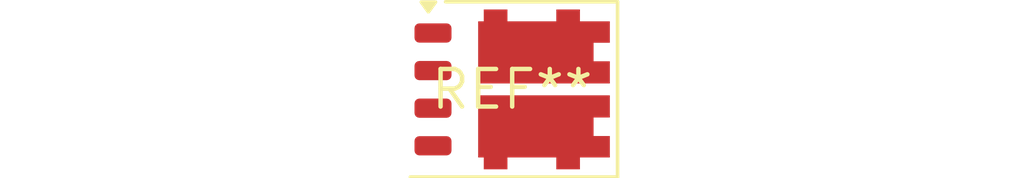
<source format=kicad_pcb>
(kicad_pcb (version 20240108) (generator pcbnew)
  (layers (0 "F.Cu" signal) (31 "B.Cu" signal) (34 "B.Paste" user) (35 "F.Paste" user) (36 "B.SilkS" user "B.Silkscreen") (37 "F.SilkS" user "F.Silkscreen") (38 "B.Mask" user) (39 "F.Mask" user) (44 "Edge.Cuts" user))
  (net 0 "")
  (footprint "ST_PowerFLAT-6L_5x6mm_P1.27mm" (layer "F.Cu") (at 0 0)
    (property "Reference" "REF**")
    (property "Value" "ST_PowerFLAT-6L_5x6mm_P1.27mm")
    (fp_line (start -2.25 -2.96) (end 3.56 -2.96) (layer "F.SilkS") (stroke (width 0.12)))
    (fp_line (start 3.56 -2.96) (end 3.56 2.96) (layer "F.SilkS") (stroke (width 0.12)))
    (fp_line (start 3.56 2.96) (end -3.44 2.96) (layer "F.SilkS") (stroke (width 0.12)))
    (fp_poly (pts (xy -2.83 -2.62) (xy -3.07 -2.95) (xy -2.59 -2.95) (xy -2.83 -2.62)) (layer "F.SilkS") (stroke (width 0.12)) (fill solid))
    (pad "1" smd roundrect (at -2.675 -1.905 270) (size 0.65 1.25) (layers "F.Cu" "F.Paste" "F.Mask"))
    (pad "2" smd roundrect (at -2.675 -0.635 270) (size 0.65 1.25) (layers "F.Cu" "F.Paste" "F.Mask"))
    (pad "3" smd roundrect (at -2.675 0.635 270) (size 0.65 1.25) (layers "F.Cu" "F.Paste" "F.Mask"))
    (pad "4" smd roundrect (at -2.675 1.905 270) (size 0.65 1.25) (layers "F.Cu" "F.Paste" "F.Mask"))
    (pad "5" smd custom (at 0.665 1.25 270) (size 0.5 0.5) (layers "F.Cu" "B.Paste" "F.Mask") (options (clearance outline) (anchor rect)) (primitives (gr_poly (pts (xy -0.3 -2.635) (xy -0.3 -2.085) (xy 0.325 -2.085) (xy 0.325 -2.635) (xy 1.05 -2.635) (xy 1.05 -1.625) (xy 1.45 -1.625) (xy 1.45 -0.825) (xy 1.05 -0.825) (xy 1.05 0.825) (xy 1.45 0.825) (xy 1.45 1.625) (xy 1.05 1.625) (xy 1.05 1.815) (xy -1.05 1.815) (xy -1.05 -2.635)) (width 0) (fill yes))))
    (pad "7" smd custom (at 0.665 -1.25 270) (size 0.5 0.5) (layers "F.Cu" "F.Mask") (options (clearance outline) (anchor rect)) (primitives (gr_poly (pts (xy 0.3 -2.635) (xy 0.3 -2.085) (xy -0.325 -2.085) (xy -0.325 -2.635) (xy -1.05 -2.635) (xy -1.05 -1.625) (xy -1.45 -1.625) (xy -1.45 -0.825) (xy -1.05 -0.825) (xy -1.05 0.825) (xy -1.45 0.825) (xy -1.45 1.625) (xy -1.05 1.625) (xy -1.05 1.815) (xy 1.05 1.815) (xy 1.05 -2.635)) (width 0) (fill yes))))
  )
)
</source>
